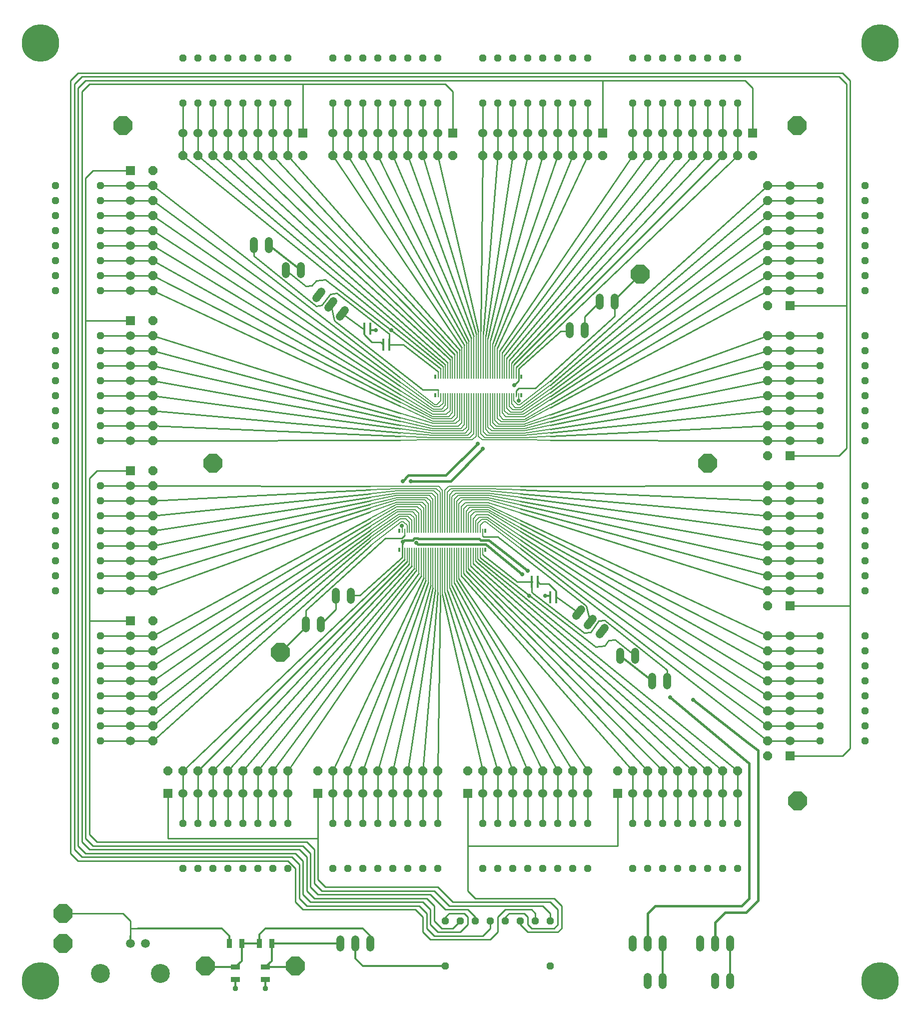
<source format=gtl>
G75*
%MOIN*%
%OFA0B0*%
%FSLAX25Y25*%
%IPPOS*%
%LPD*%
%AMOC8*
5,1,8,0,0,1.08239X$1,22.5*
%
%ADD10R,0.00906X0.02953*%
%ADD11R,0.01378X0.02953*%
%ADD12C,0.12661*%
%ADD13C,0.05906*%
%ADD14R,0.06000X0.06000*%
%ADD15C,0.06000*%
%ADD16C,0.05400*%
%ADD17R,0.03800X0.06000*%
%ADD18R,0.06000X0.03800*%
%ADD19OC8,0.04724*%
%ADD20OC8,0.06000*%
%ADD21OC8,0.12400*%
%ADD22C,0.25000*%
%ADD23R,0.01772X0.07874*%
%ADD24C,0.00700*%
%ADD25C,0.01000*%
%ADD26C,0.03762*%
%ADD27C,0.01200*%
%ADD28C,0.01600*%
%ADD29C,0.02778*%
D10*
X0292728Y0373860D03*
X0294303Y0373860D03*
X0295878Y0373860D03*
X0297453Y0373860D03*
X0299027Y0373860D03*
X0300602Y0373860D03*
X0302177Y0373860D03*
X0303752Y0373860D03*
X0305327Y0373860D03*
X0306902Y0373860D03*
X0308476Y0373860D03*
X0310051Y0373860D03*
X0311626Y0373860D03*
X0313201Y0373860D03*
X0314776Y0373860D03*
X0316350Y0373860D03*
X0317925Y0373860D03*
X0319500Y0373860D03*
X0321075Y0373860D03*
X0322650Y0373860D03*
X0324224Y0373860D03*
X0325799Y0373860D03*
X0327374Y0373860D03*
X0328949Y0373860D03*
X0330524Y0373860D03*
X0332098Y0373860D03*
X0333673Y0373860D03*
X0335248Y0373860D03*
X0336823Y0373860D03*
X0338398Y0373860D03*
X0339972Y0373860D03*
X0341547Y0373860D03*
X0343122Y0373860D03*
X0344697Y0373860D03*
X0346272Y0373860D03*
X0346272Y0386340D03*
X0344697Y0386340D03*
X0343122Y0386340D03*
X0341547Y0386340D03*
X0339972Y0386340D03*
X0338398Y0386340D03*
X0336823Y0386340D03*
X0335248Y0386340D03*
X0333673Y0386340D03*
X0332098Y0386340D03*
X0330524Y0386340D03*
X0328949Y0386340D03*
X0327374Y0386340D03*
X0325799Y0386340D03*
X0324224Y0386340D03*
X0322650Y0386340D03*
X0321075Y0386340D03*
X0319500Y0386340D03*
X0317925Y0386340D03*
X0316350Y0386340D03*
X0314776Y0386340D03*
X0313201Y0386340D03*
X0311626Y0386340D03*
X0310051Y0386340D03*
X0308476Y0386340D03*
X0306902Y0386340D03*
X0305327Y0386340D03*
X0303752Y0386340D03*
X0302177Y0386340D03*
X0300602Y0386340D03*
X0299027Y0386340D03*
X0297453Y0386340D03*
X0295878Y0386340D03*
X0294303Y0386340D03*
X0292728Y0386340D03*
X0316728Y0476660D03*
X0318303Y0476660D03*
X0319878Y0476660D03*
X0321453Y0476660D03*
X0323027Y0476660D03*
X0324602Y0476660D03*
X0326177Y0476660D03*
X0327752Y0476660D03*
X0329327Y0476660D03*
X0330902Y0476660D03*
X0332476Y0476660D03*
X0334051Y0476660D03*
X0335626Y0476660D03*
X0337201Y0476660D03*
X0338776Y0476660D03*
X0340350Y0476660D03*
X0341925Y0476660D03*
X0343500Y0476660D03*
X0345075Y0476660D03*
X0346650Y0476660D03*
X0348224Y0476660D03*
X0349799Y0476660D03*
X0351374Y0476660D03*
X0352949Y0476660D03*
X0354524Y0476660D03*
X0356098Y0476660D03*
X0357673Y0476660D03*
X0359248Y0476660D03*
X0360823Y0476660D03*
X0362398Y0476660D03*
X0363972Y0476660D03*
X0365547Y0476660D03*
X0367122Y0476660D03*
X0368697Y0476660D03*
X0370272Y0476660D03*
X0370272Y0489140D03*
X0368697Y0489140D03*
X0367122Y0489140D03*
X0365547Y0489140D03*
X0363972Y0489140D03*
X0362398Y0489140D03*
X0360823Y0489140D03*
X0359248Y0489140D03*
X0357673Y0489140D03*
X0356098Y0489140D03*
X0354524Y0489140D03*
X0352949Y0489140D03*
X0351374Y0489140D03*
X0349799Y0489140D03*
X0348224Y0489140D03*
X0346650Y0489140D03*
X0345075Y0489140D03*
X0343500Y0489140D03*
X0341925Y0489140D03*
X0340350Y0489140D03*
X0338776Y0489140D03*
X0337201Y0489140D03*
X0335626Y0489140D03*
X0334051Y0489140D03*
X0332476Y0489140D03*
X0330902Y0489140D03*
X0329327Y0489140D03*
X0327752Y0489140D03*
X0326177Y0489140D03*
X0324602Y0489140D03*
X0323027Y0489140D03*
X0321453Y0489140D03*
X0319878Y0489140D03*
X0318303Y0489140D03*
X0316728Y0489140D03*
D11*
X0314858Y0489140D03*
X0314858Y0476660D03*
X0372142Y0476660D03*
X0372142Y0489140D03*
X0348142Y0386340D03*
X0348142Y0373860D03*
X0290858Y0373860D03*
X0290858Y0386340D03*
D12*
X0131500Y0091500D03*
X0091500Y0091500D03*
D13*
X0111500Y0111500D03*
X0121500Y0111500D03*
D14*
X0136500Y0211500D03*
X0236500Y0211500D03*
X0336500Y0211500D03*
X0436500Y0211500D03*
X0551500Y0236500D03*
X0551500Y0336500D03*
X0551500Y0436500D03*
X0551500Y0536500D03*
X0526500Y0651500D03*
X0426500Y0651500D03*
X0326500Y0651500D03*
X0226500Y0651500D03*
X0111500Y0626500D03*
X0111500Y0526500D03*
X0111500Y0426500D03*
X0111500Y0326500D03*
D15*
X0111500Y0316500D03*
X0111500Y0306500D03*
X0111500Y0296500D03*
X0111500Y0286500D03*
X0111500Y0276500D03*
X0111500Y0266500D03*
X0111500Y0256500D03*
X0111500Y0246500D03*
X0146500Y0211500D03*
X0156500Y0211500D03*
X0166500Y0211500D03*
X0176500Y0211500D03*
X0186500Y0211500D03*
X0196500Y0211500D03*
X0206500Y0211500D03*
X0216500Y0211500D03*
X0246500Y0211500D03*
X0256500Y0211500D03*
X0266500Y0211500D03*
X0276500Y0211500D03*
X0286500Y0211500D03*
X0296500Y0211500D03*
X0306500Y0211500D03*
X0316500Y0211500D03*
X0346500Y0211500D03*
X0356500Y0211500D03*
X0366500Y0211500D03*
X0376500Y0211500D03*
X0386500Y0211500D03*
X0396500Y0211500D03*
X0406500Y0211500D03*
X0416500Y0211500D03*
X0446500Y0211500D03*
X0456500Y0211500D03*
X0466500Y0211500D03*
X0476500Y0211500D03*
X0486500Y0211500D03*
X0496500Y0211500D03*
X0506500Y0211500D03*
X0516500Y0211500D03*
X0551500Y0246500D03*
X0551500Y0256500D03*
X0551500Y0266500D03*
X0551500Y0276500D03*
X0551500Y0286500D03*
X0551500Y0296500D03*
X0551500Y0306500D03*
X0551500Y0316500D03*
X0551500Y0346500D03*
X0551500Y0356500D03*
X0551500Y0366500D03*
X0551500Y0376500D03*
X0551500Y0386500D03*
X0551500Y0396500D03*
X0551500Y0406500D03*
X0551500Y0416500D03*
X0551500Y0446500D03*
X0551500Y0456500D03*
X0551500Y0466500D03*
X0551500Y0476500D03*
X0551500Y0486500D03*
X0551500Y0496500D03*
X0551500Y0506500D03*
X0551500Y0516500D03*
X0551500Y0546500D03*
X0551500Y0556500D03*
X0551500Y0566500D03*
X0551500Y0576500D03*
X0551500Y0586500D03*
X0551500Y0596500D03*
X0551500Y0606500D03*
X0551500Y0616500D03*
X0516500Y0651500D03*
X0506500Y0651500D03*
X0496500Y0651500D03*
X0486500Y0651500D03*
X0476500Y0651500D03*
X0466500Y0651500D03*
X0456500Y0651500D03*
X0446500Y0651500D03*
X0416500Y0651500D03*
X0406500Y0651500D03*
X0396500Y0651500D03*
X0386500Y0651500D03*
X0376500Y0651500D03*
X0366500Y0651500D03*
X0356500Y0651500D03*
X0346500Y0651500D03*
X0316500Y0651500D03*
X0306500Y0651500D03*
X0296500Y0651500D03*
X0286500Y0651500D03*
X0276500Y0651500D03*
X0266500Y0651500D03*
X0256500Y0651500D03*
X0246500Y0651500D03*
X0216500Y0651500D03*
X0206500Y0651500D03*
X0196500Y0651500D03*
X0186500Y0651500D03*
X0176500Y0651500D03*
X0166500Y0651500D03*
X0156500Y0651500D03*
X0146500Y0651500D03*
X0111500Y0616500D03*
X0111500Y0606500D03*
X0111500Y0596500D03*
X0111500Y0586500D03*
X0111500Y0576500D03*
X0111500Y0566500D03*
X0111500Y0556500D03*
X0111500Y0546500D03*
X0111500Y0516500D03*
X0111500Y0506500D03*
X0111500Y0496500D03*
X0111500Y0486500D03*
X0111500Y0476500D03*
X0111500Y0466500D03*
X0111500Y0456500D03*
X0111500Y0446500D03*
X0111500Y0416500D03*
X0111500Y0406500D03*
X0111500Y0396500D03*
X0111500Y0386500D03*
X0111500Y0376500D03*
X0111500Y0366500D03*
X0111500Y0356500D03*
X0111500Y0346500D03*
D16*
X0228500Y0326700D02*
X0228500Y0321300D01*
X0238500Y0321300D02*
X0238500Y0326700D01*
X0248500Y0340300D02*
X0248500Y0345700D01*
X0258500Y0345700D02*
X0258500Y0340300D01*
X0408577Y0329686D02*
X0411902Y0333941D01*
X0419782Y0327784D02*
X0416458Y0323529D01*
X0424338Y0317372D02*
X0427662Y0321628D01*
X0438000Y0305700D02*
X0438000Y0300300D01*
X0448000Y0300300D02*
X0448000Y0305700D01*
X0459250Y0288950D02*
X0459250Y0283550D01*
X0469250Y0283550D02*
X0469250Y0288950D01*
X0466500Y0114200D02*
X0466500Y0108800D01*
X0456500Y0108800D02*
X0456500Y0114200D01*
X0446500Y0114200D02*
X0446500Y0108800D01*
X0456500Y0089200D02*
X0456500Y0083800D01*
X0466500Y0083800D02*
X0466500Y0089200D01*
X0491500Y0108800D02*
X0491500Y0114200D01*
X0501500Y0114200D02*
X0501500Y0108800D01*
X0511500Y0108800D02*
X0511500Y0114200D01*
X0511500Y0089200D02*
X0511500Y0083800D01*
X0501500Y0083800D02*
X0501500Y0089200D01*
X0271500Y0108800D02*
X0271500Y0114200D01*
X0261500Y0114200D02*
X0261500Y0108800D01*
X0251500Y0108800D02*
X0251500Y0114200D01*
X0404500Y0517300D02*
X0404500Y0522700D01*
X0414500Y0522700D02*
X0414500Y0517300D01*
X0424500Y0536300D02*
X0424500Y0541700D01*
X0434500Y0541700D02*
X0434500Y0536300D01*
X0254422Y0533314D02*
X0251098Y0529059D01*
X0243218Y0535216D02*
X0246542Y0539471D01*
X0238662Y0545628D02*
X0235338Y0541372D01*
X0225000Y0557300D02*
X0225000Y0562700D01*
X0215000Y0562700D02*
X0215000Y0557300D01*
X0203750Y0574050D02*
X0203750Y0579450D01*
X0193750Y0579450D02*
X0193750Y0574050D01*
D17*
X0197400Y0111500D03*
X0185600Y0111500D03*
X0177400Y0111500D03*
X0205600Y0111500D03*
D18*
X0201500Y0095600D03*
X0201500Y0087400D03*
X0181500Y0087400D03*
X0181500Y0095600D03*
D19*
X0186500Y0161500D03*
X0196500Y0161500D03*
X0206500Y0161500D03*
X0216500Y0161500D03*
X0216500Y0191500D03*
X0206500Y0191500D03*
X0196500Y0191500D03*
X0186500Y0191500D03*
X0176500Y0191500D03*
X0166500Y0191500D03*
X0156500Y0191500D03*
X0146500Y0191500D03*
X0146500Y0161500D03*
X0156500Y0161500D03*
X0166500Y0161500D03*
X0176500Y0161500D03*
X0246500Y0161500D03*
X0256500Y0161500D03*
X0266500Y0161500D03*
X0276500Y0161500D03*
X0286500Y0161500D03*
X0296500Y0161500D03*
X0306500Y0161500D03*
X0316500Y0161500D03*
X0316500Y0191500D03*
X0306500Y0191500D03*
X0296500Y0191500D03*
X0286500Y0191500D03*
X0276500Y0191500D03*
X0266500Y0191500D03*
X0256500Y0191500D03*
X0246500Y0191500D03*
X0321500Y0126500D03*
X0331500Y0126500D03*
X0341500Y0126500D03*
X0351500Y0126500D03*
X0361500Y0126500D03*
X0371500Y0126500D03*
X0381500Y0126500D03*
X0391500Y0126500D03*
X0391500Y0096500D03*
X0396500Y0161500D03*
X0406500Y0161500D03*
X0416500Y0161500D03*
X0416500Y0191500D03*
X0406500Y0191500D03*
X0396500Y0191500D03*
X0386500Y0191500D03*
X0376500Y0191500D03*
X0366500Y0191500D03*
X0356500Y0191500D03*
X0346500Y0191500D03*
X0346500Y0161500D03*
X0356500Y0161500D03*
X0366500Y0161500D03*
X0376500Y0161500D03*
X0386500Y0161500D03*
X0446500Y0161500D03*
X0456500Y0161500D03*
X0466500Y0161500D03*
X0476500Y0161500D03*
X0486500Y0161500D03*
X0496500Y0161500D03*
X0506500Y0161500D03*
X0516500Y0161500D03*
X0516500Y0191500D03*
X0506500Y0191500D03*
X0496500Y0191500D03*
X0486500Y0191500D03*
X0476500Y0191500D03*
X0466500Y0191500D03*
X0456500Y0191500D03*
X0446500Y0191500D03*
X0571500Y0246500D03*
X0571500Y0256500D03*
X0571500Y0266500D03*
X0571500Y0276500D03*
X0571500Y0286500D03*
X0571500Y0296500D03*
X0571500Y0306500D03*
X0571500Y0316500D03*
X0571500Y0346500D03*
X0571500Y0356500D03*
X0571500Y0366500D03*
X0571500Y0376500D03*
X0571500Y0386500D03*
X0571500Y0396500D03*
X0571500Y0406500D03*
X0571500Y0416500D03*
X0571500Y0446500D03*
X0571500Y0456500D03*
X0571500Y0466500D03*
X0571500Y0476500D03*
X0571500Y0486500D03*
X0571500Y0496500D03*
X0571500Y0506500D03*
X0571500Y0516500D03*
X0571500Y0546500D03*
X0571500Y0556500D03*
X0571500Y0566500D03*
X0571500Y0576500D03*
X0571500Y0586500D03*
X0571500Y0596500D03*
X0571500Y0606500D03*
X0571500Y0616500D03*
X0601500Y0616500D03*
X0601500Y0606500D03*
X0601500Y0596500D03*
X0601500Y0586500D03*
X0601500Y0576500D03*
X0601500Y0566500D03*
X0601500Y0556500D03*
X0601500Y0546500D03*
X0601500Y0516500D03*
X0601500Y0506500D03*
X0601500Y0496500D03*
X0601500Y0486500D03*
X0601500Y0476500D03*
X0601500Y0466500D03*
X0601500Y0456500D03*
X0601500Y0446500D03*
X0601500Y0416500D03*
X0601500Y0406500D03*
X0601500Y0396500D03*
X0601500Y0386500D03*
X0601500Y0376500D03*
X0601500Y0366500D03*
X0601500Y0356500D03*
X0601500Y0346500D03*
X0601500Y0316500D03*
X0601500Y0306500D03*
X0601500Y0296500D03*
X0601500Y0286500D03*
X0601500Y0276500D03*
X0601500Y0266500D03*
X0601500Y0256500D03*
X0601500Y0246500D03*
X0321500Y0096500D03*
X0091500Y0246500D03*
X0091500Y0256500D03*
X0091500Y0266500D03*
X0091500Y0276500D03*
X0091500Y0286500D03*
X0091500Y0296500D03*
X0091500Y0306500D03*
X0091500Y0316500D03*
X0091500Y0346500D03*
X0091500Y0356500D03*
X0091500Y0366500D03*
X0091500Y0376500D03*
X0091500Y0386500D03*
X0091500Y0396500D03*
X0091500Y0406500D03*
X0091500Y0416500D03*
X0091500Y0446500D03*
X0091500Y0456500D03*
X0091500Y0466500D03*
X0091500Y0476500D03*
X0091500Y0486500D03*
X0091500Y0496500D03*
X0091500Y0506500D03*
X0091500Y0516500D03*
X0091500Y0546500D03*
X0091500Y0556500D03*
X0091500Y0566500D03*
X0091500Y0576500D03*
X0091500Y0586500D03*
X0091500Y0596500D03*
X0091500Y0606500D03*
X0091500Y0616500D03*
X0061500Y0616500D03*
X0061500Y0606500D03*
X0061500Y0596500D03*
X0061500Y0586500D03*
X0061500Y0576500D03*
X0061500Y0566500D03*
X0061500Y0556500D03*
X0061500Y0546500D03*
X0061500Y0516500D03*
X0061500Y0506500D03*
X0061500Y0496500D03*
X0061500Y0486500D03*
X0061500Y0476500D03*
X0061500Y0466500D03*
X0061500Y0456500D03*
X0061500Y0446500D03*
X0061500Y0416500D03*
X0061500Y0406500D03*
X0061500Y0396500D03*
X0061500Y0386500D03*
X0061500Y0376500D03*
X0061500Y0366500D03*
X0061500Y0356500D03*
X0061500Y0346500D03*
X0061500Y0316500D03*
X0061500Y0306500D03*
X0061500Y0296500D03*
X0061500Y0286500D03*
X0061500Y0276500D03*
X0061500Y0266500D03*
X0061500Y0256500D03*
X0061500Y0246500D03*
X0146500Y0671500D03*
X0156500Y0671500D03*
X0166500Y0671500D03*
X0176500Y0671500D03*
X0186500Y0671500D03*
X0196500Y0671500D03*
X0206500Y0671500D03*
X0216500Y0671500D03*
X0216500Y0701500D03*
X0206500Y0701500D03*
X0196500Y0701500D03*
X0186500Y0701500D03*
X0176500Y0701500D03*
X0166500Y0701500D03*
X0156500Y0701500D03*
X0146500Y0701500D03*
X0246500Y0701500D03*
X0256500Y0701500D03*
X0266500Y0701500D03*
X0276500Y0701500D03*
X0286500Y0701500D03*
X0296500Y0701500D03*
X0306500Y0701500D03*
X0316500Y0701500D03*
X0346500Y0701500D03*
X0356500Y0701500D03*
X0366500Y0701500D03*
X0376500Y0701500D03*
X0386500Y0701500D03*
X0396500Y0701500D03*
X0406500Y0701500D03*
X0416500Y0701500D03*
X0416500Y0671500D03*
X0406500Y0671500D03*
X0396500Y0671500D03*
X0386500Y0671500D03*
X0376500Y0671500D03*
X0366500Y0671500D03*
X0356500Y0671500D03*
X0346500Y0671500D03*
X0316500Y0671500D03*
X0306500Y0671500D03*
X0296500Y0671500D03*
X0286500Y0671500D03*
X0276500Y0671500D03*
X0266500Y0671500D03*
X0256500Y0671500D03*
X0246500Y0671500D03*
X0446500Y0671500D03*
X0456500Y0671500D03*
X0466500Y0671500D03*
X0476500Y0671500D03*
X0486500Y0671500D03*
X0496500Y0671500D03*
X0506500Y0671500D03*
X0516500Y0671500D03*
X0516500Y0701500D03*
X0506500Y0701500D03*
X0496500Y0701500D03*
X0486500Y0701500D03*
X0476500Y0701500D03*
X0466500Y0701500D03*
X0456500Y0701500D03*
X0446500Y0701500D03*
D20*
X0446500Y0636500D03*
X0456500Y0636500D03*
X0466500Y0636500D03*
X0476500Y0636500D03*
X0486500Y0636500D03*
X0496500Y0636500D03*
X0506500Y0636500D03*
X0516500Y0636500D03*
X0526500Y0636500D03*
X0536500Y0616500D03*
X0536500Y0606500D03*
X0536500Y0596500D03*
X0536500Y0586500D03*
X0536500Y0576500D03*
X0536500Y0566500D03*
X0536500Y0556500D03*
X0536500Y0546500D03*
X0536500Y0536500D03*
X0536500Y0516500D03*
X0536500Y0506500D03*
X0536500Y0496500D03*
X0536500Y0486500D03*
X0536500Y0476500D03*
X0536500Y0466500D03*
X0536500Y0456500D03*
X0536500Y0446500D03*
X0536500Y0436500D03*
X0536500Y0416500D03*
X0536500Y0406500D03*
X0536500Y0396500D03*
X0536500Y0386500D03*
X0536500Y0376500D03*
X0536500Y0366500D03*
X0536500Y0356500D03*
X0536500Y0346500D03*
X0536500Y0336500D03*
X0536500Y0316500D03*
X0536500Y0306500D03*
X0536500Y0296500D03*
X0536500Y0286500D03*
X0536500Y0276500D03*
X0536500Y0266500D03*
X0536500Y0256500D03*
X0536500Y0246500D03*
X0536500Y0236500D03*
X0516500Y0226500D03*
X0506500Y0226500D03*
X0496500Y0226500D03*
X0486500Y0226500D03*
X0476500Y0226500D03*
X0466500Y0226500D03*
X0456500Y0226500D03*
X0446500Y0226500D03*
X0436500Y0226500D03*
X0416500Y0226500D03*
X0406500Y0226500D03*
X0396500Y0226500D03*
X0386500Y0226500D03*
X0376500Y0226500D03*
X0366500Y0226500D03*
X0356500Y0226500D03*
X0346500Y0226500D03*
X0336500Y0226500D03*
X0316500Y0226500D03*
X0306500Y0226500D03*
X0296500Y0226500D03*
X0286500Y0226500D03*
X0276500Y0226500D03*
X0266500Y0226500D03*
X0256500Y0226500D03*
X0246500Y0226500D03*
X0236500Y0226500D03*
X0216500Y0226500D03*
X0206500Y0226500D03*
X0196500Y0226500D03*
X0186500Y0226500D03*
X0176500Y0226500D03*
X0166500Y0226500D03*
X0156500Y0226500D03*
X0146500Y0226500D03*
X0136500Y0226500D03*
X0126500Y0246500D03*
X0126500Y0256500D03*
X0126500Y0266500D03*
X0126500Y0276500D03*
X0126500Y0286500D03*
X0126500Y0296500D03*
X0126500Y0306500D03*
X0126500Y0316500D03*
X0126500Y0326500D03*
X0126500Y0346500D03*
X0126500Y0356500D03*
X0126500Y0366500D03*
X0126500Y0376500D03*
X0126500Y0386500D03*
X0126500Y0396500D03*
X0126500Y0406500D03*
X0126500Y0416500D03*
X0126500Y0426500D03*
X0126500Y0446500D03*
X0126500Y0456500D03*
X0126500Y0466500D03*
X0126500Y0476500D03*
X0126500Y0486500D03*
X0126500Y0496500D03*
X0126500Y0506500D03*
X0126500Y0516500D03*
X0126500Y0526500D03*
X0126500Y0546500D03*
X0126500Y0556500D03*
X0126500Y0566500D03*
X0126500Y0576500D03*
X0126500Y0586500D03*
X0126500Y0596500D03*
X0126500Y0606500D03*
X0126500Y0616500D03*
X0126500Y0626500D03*
X0146500Y0636500D03*
X0156500Y0636500D03*
X0166500Y0636500D03*
X0176500Y0636500D03*
X0186500Y0636500D03*
X0196500Y0636500D03*
X0206500Y0636500D03*
X0216500Y0636500D03*
X0226500Y0636500D03*
X0246500Y0636500D03*
X0256500Y0636500D03*
X0266500Y0636500D03*
X0276500Y0636500D03*
X0286500Y0636500D03*
X0296500Y0636500D03*
X0306500Y0636500D03*
X0316500Y0636500D03*
X0326500Y0636500D03*
X0346500Y0636500D03*
X0356500Y0636500D03*
X0366500Y0636500D03*
X0376500Y0636500D03*
X0386500Y0636500D03*
X0396500Y0636500D03*
X0406500Y0636500D03*
X0416500Y0636500D03*
X0426500Y0636500D03*
D21*
X0451500Y0557500D03*
X0556000Y0656500D03*
X0496500Y0431500D03*
X0556500Y0206500D03*
X0221500Y0096500D03*
X0161500Y0096500D03*
X0066500Y0111500D03*
X0066500Y0131500D03*
X0211500Y0305500D03*
X0166500Y0431500D03*
X0106500Y0656500D03*
D22*
X0051500Y0086500D03*
X0051500Y0711500D03*
X0611500Y0711500D03*
X0611500Y0086500D03*
D23*
X0395468Y0342000D03*
X0391531Y0342000D03*
X0382968Y0352500D03*
X0379031Y0352500D03*
X0283968Y0510500D03*
X0280031Y0510500D03*
X0271468Y0521000D03*
X0267531Y0521000D03*
D24*
X0291500Y0488400D02*
X0314500Y0470500D01*
X0315803Y0470500D01*
X0318303Y0473000D01*
X0318303Y0476660D01*
X0316728Y0476660D02*
X0316728Y0480000D01*
X0319878Y0476660D02*
X0319878Y0471500D01*
X0317378Y0469000D01*
X0314000Y0469000D01*
X0291500Y0485500D01*
X0291500Y0482700D02*
X0313500Y0467500D01*
X0318953Y0467500D01*
X0321453Y0470000D01*
X0321453Y0476660D01*
X0323027Y0476660D02*
X0323027Y0468500D01*
X0320527Y0466000D01*
X0313000Y0466000D01*
X0291500Y0479900D01*
X0291500Y0477000D02*
X0313000Y0464000D01*
X0322102Y0464000D01*
X0324602Y0466500D01*
X0324602Y0476660D01*
X0326177Y0476660D02*
X0326177Y0465000D01*
X0323677Y0462500D01*
X0313000Y0462500D01*
X0291500Y0474500D01*
X0291500Y0472000D02*
X0313000Y0461000D01*
X0325252Y0461000D01*
X0327752Y0463500D01*
X0327752Y0476660D01*
X0329327Y0476660D02*
X0329327Y0462000D01*
X0326827Y0459500D01*
X0313000Y0459500D01*
X0291500Y0469500D01*
X0291500Y0464700D02*
X0313000Y0458000D01*
X0328401Y0458000D01*
X0330901Y0460500D01*
X0330902Y0476660D01*
X0332476Y0476660D02*
X0332476Y0458500D01*
X0329976Y0456000D01*
X0313000Y0456000D01*
X0291500Y0461800D01*
X0291500Y0459400D02*
X0313000Y0454500D01*
X0331551Y0454500D01*
X0334051Y0457000D01*
X0334051Y0476660D01*
X0335626Y0476660D02*
X0335626Y0455500D01*
X0333126Y0453000D01*
X0313000Y0453000D01*
X0291500Y0456800D01*
X0291500Y0454400D02*
X0313000Y0451500D01*
X0334701Y0451500D01*
X0337201Y0454000D01*
X0337201Y0476660D01*
X0338776Y0476660D02*
X0338775Y0452500D01*
X0336275Y0450000D01*
X0313000Y0450000D01*
X0291500Y0451900D01*
X0291500Y0449400D02*
X0313000Y0448500D01*
X0337850Y0448500D01*
X0340350Y0451000D01*
X0340350Y0476660D01*
X0341925Y0476660D02*
X0341925Y0449500D01*
X0339425Y0447000D01*
X0313000Y0447000D01*
X0291500Y0446900D01*
X0289000Y0416000D02*
X0271500Y0416100D01*
X0271500Y0413600D02*
X0289000Y0414500D01*
X0315425Y0414500D01*
X0317925Y0412000D01*
X0317925Y0386340D01*
X0316350Y0386340D02*
X0316350Y0410500D01*
X0313850Y0413000D01*
X0289000Y0413000D01*
X0271500Y0411200D01*
X0271500Y0408800D02*
X0289000Y0411500D01*
X0312276Y0411500D01*
X0314776Y0409000D01*
X0314776Y0386340D01*
X0313201Y0386340D02*
X0313201Y0407500D01*
X0310701Y0410000D01*
X0289000Y0410000D01*
X0271500Y0406400D01*
X0271500Y0404000D02*
X0289000Y0408500D01*
X0309126Y0408500D01*
X0311626Y0406000D01*
X0311626Y0386340D01*
X0310051Y0386340D02*
X0310051Y0404500D01*
X0307551Y0407000D01*
X0289000Y0407000D01*
X0271500Y0401600D01*
X0271500Y0399200D02*
X0289000Y0405500D01*
X0305976Y0405500D01*
X0308476Y0403000D01*
X0308476Y0386340D01*
X0306902Y0386340D02*
X0306902Y0401500D01*
X0304402Y0404000D01*
X0289000Y0404000D01*
X0271500Y0394600D01*
X0271400Y0392100D02*
X0289000Y0402500D01*
X0302827Y0402500D01*
X0305327Y0400000D01*
X0305327Y0386340D01*
X0303752Y0386340D02*
X0303752Y0398000D01*
X0301252Y0400500D01*
X0289000Y0400500D01*
X0271500Y0389300D01*
X0271400Y0386900D02*
X0289500Y0399000D01*
X0299677Y0399000D01*
X0302177Y0396500D01*
X0302177Y0386340D01*
X0300602Y0386340D02*
X0300602Y0395000D01*
X0298102Y0397500D01*
X0290500Y0397500D01*
X0271500Y0384500D01*
X0271400Y0382000D02*
X0291000Y0396000D01*
X0296528Y0396000D01*
X0299028Y0393500D01*
X0299027Y0386340D01*
X0297453Y0386340D02*
X0297453Y0392000D01*
X0294953Y0394500D01*
X0291500Y0394500D01*
X0271500Y0379600D01*
X0271600Y0376800D02*
X0292000Y0392500D01*
X0293378Y0392500D01*
X0295878Y0390000D01*
X0295878Y0386340D01*
X0294303Y0386340D02*
X0294303Y0383303D01*
X0292728Y0386340D02*
X0292728Y0389772D01*
X0292500Y0389900D01*
X0294303Y0373860D02*
X0294303Y0367500D01*
X0295878Y0366000D02*
X0295878Y0373860D01*
X0297453Y0373860D02*
X0297453Y0364500D01*
X0299028Y0363000D02*
X0299027Y0373860D01*
X0300602Y0373860D02*
X0300602Y0361500D01*
X0302177Y0360000D02*
X0302177Y0373860D01*
X0303752Y0373860D02*
X0303752Y0358000D01*
X0305327Y0356500D02*
X0305327Y0373860D01*
X0306902Y0373860D02*
X0306902Y0355000D01*
X0308476Y0353500D02*
X0308476Y0373860D01*
X0310051Y0373860D02*
X0310051Y0352000D01*
X0311626Y0350000D02*
X0311626Y0373860D01*
X0313201Y0373860D02*
X0313201Y0348500D01*
X0314776Y0347000D02*
X0314776Y0373860D01*
X0316350Y0373860D02*
X0316350Y0345500D01*
X0317925Y0343575D02*
X0317925Y0373860D01*
X0319500Y0373860D02*
X0319500Y0344000D01*
X0321075Y0345425D02*
X0321075Y0373860D01*
X0322650Y0373860D02*
X0322650Y0346850D01*
X0324224Y0348275D02*
X0324224Y0373860D01*
X0325799Y0373860D02*
X0325799Y0350201D01*
X0327374Y0351626D02*
X0327374Y0373860D01*
X0328949Y0373860D02*
X0328949Y0353051D01*
X0330524Y0354476D02*
X0330524Y0373860D01*
X0332098Y0373860D02*
X0332098Y0356401D01*
X0333673Y0357827D02*
X0333673Y0373860D01*
X0335248Y0373860D02*
X0335248Y0359252D01*
X0336823Y0361177D02*
X0336823Y0373860D01*
X0338398Y0373860D02*
X0338398Y0362602D01*
X0339972Y0364527D02*
X0339972Y0373860D01*
X0341547Y0373860D02*
X0341547Y0365953D01*
X0343122Y0367378D02*
X0343122Y0373860D01*
X0344697Y0373860D02*
X0344697Y0368500D01*
X0346272Y0370500D02*
X0346272Y0373860D01*
X0346272Y0383000D02*
X0346272Y0386340D01*
X0344697Y0386340D02*
X0344697Y0390000D01*
X0347197Y0392500D01*
X0348500Y0392500D01*
X0371500Y0374600D01*
X0371500Y0377500D02*
X0349000Y0394000D01*
X0345622Y0394000D01*
X0343122Y0391500D01*
X0343122Y0386340D01*
X0341547Y0386340D02*
X0341547Y0393000D01*
X0344047Y0395500D01*
X0349500Y0395500D01*
X0371500Y0380300D01*
X0371500Y0383100D02*
X0350000Y0397000D01*
X0342472Y0397000D01*
X0339972Y0394500D01*
X0339972Y0386340D01*
X0338398Y0386340D02*
X0338398Y0396500D01*
X0340898Y0399000D01*
X0350000Y0399000D01*
X0371500Y0386000D01*
X0371500Y0388500D02*
X0350000Y0400500D01*
X0339323Y0400500D01*
X0336823Y0398000D01*
X0336823Y0386340D01*
X0335248Y0386340D02*
X0335248Y0399500D01*
X0337748Y0402000D01*
X0350000Y0402000D01*
X0371500Y0391000D01*
X0371500Y0393500D02*
X0350000Y0403500D01*
X0336173Y0403500D01*
X0333673Y0401000D01*
X0333673Y0386340D01*
X0332098Y0386340D02*
X0332098Y0402500D01*
X0334598Y0405000D01*
X0350000Y0405000D01*
X0371500Y0398300D01*
X0371500Y0401200D02*
X0350000Y0407000D01*
X0333024Y0407000D01*
X0330524Y0404500D01*
X0330524Y0386340D01*
X0328949Y0386340D02*
X0328949Y0406000D01*
X0331449Y0408500D01*
X0350000Y0408500D01*
X0371500Y0403600D01*
X0371500Y0406200D02*
X0350000Y0410000D01*
X0329874Y0410000D01*
X0327374Y0407500D01*
X0327374Y0386340D01*
X0325799Y0386340D02*
X0325799Y0409000D01*
X0328299Y0411500D01*
X0350000Y0411500D01*
X0371500Y0408600D01*
X0371500Y0411100D02*
X0350000Y0413000D01*
X0326724Y0413000D01*
X0324224Y0410500D01*
X0324224Y0386340D01*
X0322650Y0386340D02*
X0322650Y0412000D01*
X0325150Y0414500D01*
X0350000Y0414500D01*
X0371500Y0413600D01*
X0371500Y0416100D02*
X0350000Y0416000D01*
X0323575Y0416000D01*
X0321075Y0413500D01*
X0321075Y0386340D01*
X0319500Y0386340D02*
X0319500Y0413500D01*
X0317000Y0416000D01*
X0289000Y0416000D01*
X0343500Y0449500D02*
X0343500Y0476660D01*
X0345075Y0476660D02*
X0345075Y0451000D01*
X0347575Y0448500D01*
X0374000Y0448500D01*
X0391500Y0449400D01*
X0391500Y0451800D02*
X0374000Y0450000D01*
X0349149Y0450000D01*
X0346649Y0452500D01*
X0346650Y0476660D01*
X0348224Y0476660D02*
X0348224Y0454000D01*
X0350724Y0451500D01*
X0374000Y0451500D01*
X0391500Y0454200D01*
X0391500Y0456600D02*
X0374000Y0453000D01*
X0352299Y0453000D01*
X0349799Y0455500D01*
X0349799Y0476660D01*
X0351374Y0476660D02*
X0351374Y0457000D01*
X0353874Y0454500D01*
X0374000Y0454500D01*
X0391500Y0459000D01*
X0391500Y0461400D02*
X0374000Y0456000D01*
X0355449Y0456000D01*
X0352949Y0458500D01*
X0352949Y0476660D01*
X0354524Y0476660D02*
X0354524Y0460000D01*
X0357024Y0457500D01*
X0374000Y0457500D01*
X0391500Y0463800D01*
X0391500Y0468400D02*
X0374000Y0459000D01*
X0358598Y0459000D01*
X0356098Y0461500D01*
X0356098Y0476660D01*
X0357673Y0476660D02*
X0357673Y0463000D01*
X0360173Y0460500D01*
X0374000Y0460500D01*
X0391600Y0470900D01*
X0391500Y0473700D02*
X0374000Y0462500D01*
X0361748Y0462500D01*
X0359248Y0465000D01*
X0359248Y0476660D01*
X0360823Y0476660D02*
X0360823Y0466500D01*
X0363323Y0464000D01*
X0373500Y0464000D01*
X0391600Y0476100D01*
X0391500Y0478500D02*
X0372500Y0465500D01*
X0364898Y0465500D01*
X0362398Y0468000D01*
X0362398Y0476660D01*
X0363972Y0476660D02*
X0363972Y0469500D01*
X0366472Y0467000D01*
X0372000Y0467000D01*
X0391600Y0481000D01*
X0391500Y0483400D02*
X0371500Y0468500D01*
X0368047Y0468500D01*
X0365547Y0471000D01*
X0365547Y0476660D01*
X0367122Y0476660D02*
X0367122Y0473000D01*
X0369622Y0470500D01*
X0371000Y0470500D01*
X0391400Y0486200D01*
X0370272Y0476660D02*
X0370272Y0473328D01*
X0370500Y0473100D01*
X0368697Y0489140D02*
X0368697Y0495500D01*
X0367122Y0497000D02*
X0367122Y0489140D01*
X0365547Y0489140D02*
X0365547Y0498500D01*
X0363972Y0500000D02*
X0363972Y0489140D01*
X0362398Y0489140D02*
X0362398Y0501500D01*
X0360823Y0503000D02*
X0360823Y0489140D01*
X0359248Y0489140D02*
X0359248Y0505000D01*
X0357673Y0506500D02*
X0357673Y0489140D01*
X0356098Y0489140D02*
X0356098Y0508000D01*
X0354524Y0509500D02*
X0354524Y0489140D01*
X0352949Y0489140D02*
X0352949Y0511000D01*
X0351374Y0513000D02*
X0351374Y0489140D01*
X0349799Y0489140D02*
X0349799Y0514500D01*
X0348224Y0516000D02*
X0348224Y0489140D01*
X0346650Y0489140D02*
X0346649Y0517500D01*
X0345075Y0519425D02*
X0345075Y0489140D01*
X0343500Y0489140D02*
X0343500Y0519000D01*
X0341925Y0517575D02*
X0341925Y0489140D01*
X0340350Y0489140D02*
X0340350Y0516150D01*
X0338775Y0514724D02*
X0338776Y0489140D01*
X0337201Y0489140D02*
X0337201Y0512799D01*
X0335626Y0511374D02*
X0335626Y0489140D01*
X0334051Y0489140D02*
X0334051Y0509949D01*
X0332476Y0508524D02*
X0332476Y0489140D01*
X0330902Y0489140D02*
X0330901Y0506598D01*
X0329327Y0505173D02*
X0329327Y0489140D01*
X0327752Y0489140D02*
X0327752Y0503748D01*
X0326177Y0501823D02*
X0326177Y0489140D01*
X0324602Y0489140D02*
X0324602Y0500398D01*
X0323027Y0498472D02*
X0323027Y0489140D01*
X0321453Y0489140D02*
X0321453Y0497047D01*
X0319878Y0495622D02*
X0319878Y0489140D01*
X0318303Y0489140D02*
X0318303Y0494500D01*
X0316728Y0492500D02*
X0316728Y0489140D01*
X0343500Y0449500D02*
X0346000Y0447000D01*
X0374000Y0447000D01*
X0391500Y0446900D01*
X0383218Y0352500D02*
X0383218Y0352250D01*
X0383218Y0352500D02*
X0382968Y0352500D01*
D25*
X0383218Y0352250D02*
X0384468Y0351000D01*
X0390500Y0351000D01*
X0395468Y0346031D01*
X0395468Y0342500D01*
X0410240Y0331813D01*
X0415500Y0336500D02*
X0356500Y0382500D01*
X0346772Y0382500D01*
X0346272Y0383000D01*
X0346272Y0370500D02*
X0369500Y0352500D01*
X0378900Y0352500D01*
X0378900Y0345600D01*
X0379500Y0345000D01*
X0414115Y0318305D01*
X0418295Y0318893D01*
X0423840Y0326287D01*
X0427665Y0326778D01*
X0468400Y0294375D01*
X0469250Y0293525D01*
X0469250Y0286250D01*
X0448000Y0303000D02*
X0434685Y0313731D01*
X0430481Y0313286D01*
X0427729Y0309879D01*
X0421561Y0309155D01*
X0377342Y0343295D01*
X0377500Y0343295D01*
X0377500Y0343000D01*
X0377342Y0343295D02*
X0344697Y0368500D01*
X0343122Y0367378D02*
X0516500Y0226500D01*
X0516500Y0211500D01*
X0516500Y0191500D01*
X0506500Y0191500D02*
X0506500Y0211500D01*
X0506500Y0226500D01*
X0341547Y0365953D01*
X0339972Y0364527D02*
X0496500Y0226500D01*
X0496500Y0211500D01*
X0496500Y0191500D01*
X0486500Y0191500D02*
X0486500Y0211500D01*
X0486500Y0226500D01*
X0338398Y0362602D01*
X0336823Y0361177D02*
X0476500Y0226500D01*
X0476500Y0211500D01*
X0476500Y0191500D01*
X0466500Y0191500D02*
X0466500Y0211500D01*
X0466500Y0226500D01*
X0335248Y0359252D01*
X0333673Y0357827D02*
X0456500Y0226500D01*
X0456500Y0211500D01*
X0456500Y0191500D01*
X0446500Y0191500D02*
X0446500Y0211500D01*
X0446500Y0226500D01*
X0332098Y0356401D01*
X0330524Y0354476D02*
X0416500Y0226500D01*
X0416500Y0211500D01*
X0416500Y0191500D01*
X0406500Y0191500D02*
X0406500Y0211500D01*
X0406500Y0226500D01*
X0328949Y0353051D01*
X0327374Y0351626D02*
X0396500Y0226500D01*
X0396500Y0211500D01*
X0396500Y0191500D01*
X0386500Y0191500D02*
X0386500Y0211500D01*
X0386500Y0226500D01*
X0325799Y0350201D01*
X0324224Y0348275D02*
X0376500Y0226500D01*
X0376500Y0211500D01*
X0376500Y0191500D01*
X0366500Y0191500D02*
X0366500Y0211500D01*
X0366500Y0226500D01*
X0322650Y0346850D01*
X0321075Y0345425D02*
X0356500Y0226500D01*
X0356500Y0211500D01*
X0356500Y0191500D01*
X0346500Y0191500D02*
X0346500Y0211500D01*
X0346500Y0226500D01*
X0319500Y0344000D01*
X0317925Y0343575D02*
X0316500Y0226500D01*
X0316500Y0211500D01*
X0316500Y0191500D01*
X0306500Y0191500D02*
X0306500Y0211500D01*
X0306500Y0226500D01*
X0316350Y0345500D01*
X0314776Y0347000D02*
X0296500Y0226500D01*
X0296500Y0211500D01*
X0296500Y0191500D01*
X0286500Y0191500D02*
X0286500Y0211500D01*
X0286500Y0226500D01*
X0313201Y0348500D01*
X0311626Y0350000D02*
X0276500Y0226500D01*
X0276500Y0211500D01*
X0276500Y0191500D01*
X0266500Y0191500D02*
X0266500Y0211500D01*
X0266500Y0226500D01*
X0310051Y0352000D01*
X0308476Y0353500D02*
X0256500Y0226500D01*
X0256500Y0211500D01*
X0256500Y0191500D01*
X0246500Y0191500D02*
X0246500Y0211500D01*
X0246500Y0226500D01*
X0306902Y0355000D01*
X0305327Y0356500D02*
X0216500Y0226500D01*
X0216500Y0211500D01*
X0216500Y0191500D01*
X0206500Y0191500D02*
X0206500Y0211500D01*
X0206500Y0226500D01*
X0303752Y0358000D01*
X0302177Y0360000D02*
X0196500Y0226500D01*
X0196500Y0211500D01*
X0196500Y0191500D01*
X0186500Y0191500D02*
X0186500Y0211500D01*
X0186500Y0226500D01*
X0300602Y0361500D01*
X0299028Y0363000D02*
X0176500Y0226500D01*
X0176500Y0211500D01*
X0176500Y0191500D01*
X0166500Y0191500D02*
X0166500Y0211500D01*
X0166500Y0226500D01*
X0297453Y0364500D01*
X0295878Y0366000D02*
X0156500Y0226500D01*
X0156500Y0211500D01*
X0156500Y0191500D01*
X0146500Y0191500D02*
X0146500Y0211500D01*
X0146500Y0226500D01*
X0294303Y0367500D01*
X0292728Y0368728D02*
X0264500Y0343500D01*
X0259000Y0343500D01*
X0258956Y0343498D01*
X0258913Y0343492D01*
X0258871Y0343483D01*
X0258829Y0343470D01*
X0258789Y0343453D01*
X0258750Y0343433D01*
X0258713Y0343410D01*
X0258679Y0343383D01*
X0258646Y0343354D01*
X0258617Y0343321D01*
X0258590Y0343287D01*
X0258567Y0343250D01*
X0258547Y0343211D01*
X0258530Y0343171D01*
X0258517Y0343129D01*
X0258508Y0343087D01*
X0258502Y0343044D01*
X0258500Y0343000D01*
X0248500Y0343000D02*
X0248500Y0334000D01*
X0238500Y0324000D01*
X0228500Y0324000D02*
X0228500Y0325500D01*
X0228500Y0322500D01*
X0211500Y0305500D01*
X0228500Y0324000D02*
X0228500Y0325500D01*
X0228500Y0333500D01*
X0281500Y0381500D01*
X0292500Y0381500D01*
X0294303Y0383303D01*
X0293000Y0379000D02*
X0292728Y0378728D01*
X0292728Y0373860D01*
X0292728Y0373500D01*
X0292750Y0373522D01*
X0292728Y0373500D02*
X0292728Y0368728D01*
X0293000Y0377500D02*
X0293000Y0379000D01*
X0271500Y0379600D02*
X0126500Y0256500D01*
X0111500Y0256500D01*
X0091500Y0256500D01*
X0091500Y0266500D02*
X0111500Y0266500D01*
X0126500Y0266500D01*
X0271400Y0382000D01*
X0271500Y0384500D02*
X0126500Y0276500D01*
X0111500Y0276500D01*
X0091500Y0276500D01*
X0091500Y0286500D02*
X0111500Y0286500D01*
X0126500Y0286500D01*
X0271400Y0386900D01*
X0271500Y0389300D02*
X0126500Y0296500D01*
X0111500Y0296500D01*
X0091500Y0296500D01*
X0091500Y0306500D02*
X0111500Y0306500D01*
X0126500Y0306500D01*
X0271400Y0392100D01*
X0271500Y0394600D02*
X0126500Y0316500D01*
X0111500Y0316500D01*
X0091500Y0316500D01*
X0084000Y0326500D02*
X0111500Y0326500D01*
X0111500Y0346500D02*
X0091500Y0346500D01*
X0091500Y0356500D02*
X0111500Y0356500D01*
X0126500Y0356500D01*
X0271500Y0401600D01*
X0271500Y0404000D02*
X0126500Y0366500D01*
X0111500Y0366500D01*
X0091500Y0366500D01*
X0091500Y0376500D02*
X0111500Y0376500D01*
X0126500Y0376500D01*
X0271500Y0406400D01*
X0271500Y0408800D02*
X0126500Y0386500D01*
X0111500Y0386500D01*
X0091500Y0386500D01*
X0091500Y0396500D02*
X0111500Y0396500D01*
X0126500Y0396500D01*
X0271500Y0411200D01*
X0271500Y0413600D02*
X0126500Y0406500D01*
X0111500Y0406500D01*
X0091500Y0406500D01*
X0091500Y0416500D02*
X0111500Y0416500D01*
X0126500Y0416500D01*
X0271500Y0416100D01*
X0271500Y0399200D02*
X0126500Y0346500D01*
X0111500Y0346500D01*
X0084000Y0326500D02*
X0084000Y0421500D01*
X0089000Y0426500D01*
X0111500Y0426500D01*
X0111500Y0446500D02*
X0091500Y0446500D01*
X0091500Y0456500D02*
X0111500Y0456500D01*
X0126500Y0456500D01*
X0291500Y0449400D01*
X0291500Y0451900D02*
X0126500Y0466500D01*
X0111500Y0466500D01*
X0091500Y0466500D01*
X0091500Y0476500D02*
X0111500Y0476500D01*
X0126500Y0476500D01*
X0291500Y0454400D01*
X0291500Y0456800D02*
X0126500Y0486500D01*
X0111500Y0486500D01*
X0091500Y0486500D01*
X0091500Y0496500D02*
X0111500Y0496500D01*
X0126500Y0496500D01*
X0291500Y0459400D01*
X0291500Y0461800D02*
X0126500Y0506500D01*
X0111500Y0506500D01*
X0091500Y0506500D01*
X0091500Y0516500D02*
X0111500Y0516500D01*
X0126500Y0516500D01*
X0291500Y0464700D01*
X0291500Y0469500D02*
X0126500Y0546500D01*
X0111500Y0546500D01*
X0091500Y0546500D01*
X0091500Y0556500D02*
X0111500Y0556500D01*
X0126500Y0556500D01*
X0291500Y0472000D01*
X0291500Y0474500D02*
X0126500Y0566500D01*
X0111500Y0566500D01*
X0091500Y0566500D01*
X0091500Y0576500D02*
X0111500Y0576500D01*
X0126500Y0576500D01*
X0291500Y0477000D01*
X0291500Y0479900D02*
X0126500Y0586500D01*
X0111500Y0586500D01*
X0091500Y0586500D01*
X0091500Y0596500D02*
X0111500Y0596500D01*
X0126500Y0596500D01*
X0291500Y0482700D01*
X0291500Y0485500D02*
X0126500Y0606500D01*
X0111500Y0606500D01*
X0091500Y0606500D01*
X0091500Y0616500D02*
X0111500Y0616500D01*
X0126500Y0616500D01*
X0291500Y0488400D01*
X0306500Y0480500D02*
X0316228Y0480500D01*
X0316728Y0480000D01*
X0306500Y0480500D02*
X0247500Y0526500D01*
X0244880Y0537343D01*
X0239160Y0536713D02*
X0235335Y0536222D01*
X0194600Y0568625D01*
X0193750Y0569475D01*
X0193750Y0576750D01*
X0215000Y0560000D02*
X0228315Y0549269D01*
X0232519Y0549714D01*
X0235270Y0553121D01*
X0241438Y0553845D01*
X0285658Y0519704D01*
X0285500Y0519704D01*
X0285500Y0520000D01*
X0285658Y0519704D02*
X0318303Y0494500D01*
X0319878Y0495622D02*
X0146500Y0636500D01*
X0146500Y0651500D01*
X0146500Y0671500D01*
X0156500Y0671500D02*
X0156500Y0651500D01*
X0156500Y0636500D01*
X0321453Y0497047D01*
X0323027Y0498472D02*
X0166500Y0636500D01*
X0166500Y0651500D01*
X0166500Y0671500D01*
X0176500Y0671500D02*
X0176500Y0651500D01*
X0176500Y0636500D01*
X0324602Y0500398D01*
X0326177Y0501823D02*
X0186500Y0636500D01*
X0186500Y0651500D01*
X0186500Y0671500D01*
X0196500Y0671500D02*
X0196500Y0651500D01*
X0196500Y0636500D01*
X0327752Y0503748D01*
X0329327Y0505173D02*
X0206500Y0636500D01*
X0206500Y0651500D01*
X0206500Y0671500D01*
X0216500Y0671500D02*
X0216500Y0651500D01*
X0216500Y0636500D01*
X0330901Y0506598D01*
X0332476Y0508524D02*
X0246500Y0636500D01*
X0246500Y0651500D01*
X0246500Y0671500D01*
X0256500Y0671500D02*
X0256500Y0651500D01*
X0256500Y0636500D01*
X0334051Y0509949D01*
X0335626Y0511374D02*
X0266500Y0636500D01*
X0266500Y0651500D01*
X0266500Y0671500D01*
X0276500Y0671500D02*
X0276500Y0651500D01*
X0276500Y0636500D01*
X0337201Y0512799D01*
X0338775Y0514724D02*
X0286500Y0636500D01*
X0286500Y0651500D01*
X0286500Y0671500D01*
X0296500Y0671500D02*
X0296500Y0651500D01*
X0296500Y0636500D01*
X0340350Y0516150D01*
X0341925Y0517575D02*
X0306500Y0636500D01*
X0306500Y0651500D01*
X0306500Y0671500D01*
X0316500Y0671500D02*
X0316500Y0651500D01*
X0316500Y0636500D01*
X0343500Y0519000D01*
X0345075Y0519425D02*
X0346500Y0636500D01*
X0346500Y0651500D01*
X0346500Y0671500D01*
X0356500Y0671500D02*
X0356500Y0651500D01*
X0356500Y0636500D01*
X0346649Y0517500D01*
X0348224Y0516000D02*
X0366500Y0636500D01*
X0366500Y0651500D01*
X0366500Y0671500D01*
X0376500Y0671500D02*
X0376500Y0651500D01*
X0376500Y0636500D01*
X0349799Y0514500D01*
X0351374Y0513000D02*
X0386500Y0636500D01*
X0386500Y0651500D01*
X0386500Y0671500D01*
X0396500Y0671500D02*
X0396500Y0651500D01*
X0396500Y0636500D01*
X0352949Y0511000D01*
X0354524Y0509500D02*
X0406500Y0636500D01*
X0406500Y0651500D01*
X0406500Y0671500D01*
X0416500Y0671500D02*
X0416500Y0651500D01*
X0416500Y0636500D01*
X0356098Y0508000D01*
X0357673Y0506500D02*
X0446500Y0636500D01*
X0446500Y0651500D01*
X0446500Y0671500D01*
X0456500Y0671500D02*
X0456500Y0651500D01*
X0456500Y0636500D01*
X0359248Y0505000D01*
X0360823Y0503000D02*
X0466500Y0636500D01*
X0466500Y0651500D01*
X0466500Y0671500D01*
X0476500Y0671500D02*
X0476500Y0651500D01*
X0476500Y0636500D01*
X0362398Y0501500D01*
X0363972Y0500000D02*
X0486500Y0636500D01*
X0486500Y0651500D01*
X0486500Y0671500D01*
X0496500Y0671500D02*
X0496500Y0651500D01*
X0496500Y0636500D01*
X0365547Y0498500D01*
X0367122Y0497000D02*
X0506500Y0636500D01*
X0506500Y0651500D01*
X0506500Y0671500D01*
X0516500Y0671500D02*
X0516500Y0651500D01*
X0516500Y0636500D01*
X0368697Y0495500D01*
X0370272Y0494272D02*
X0370272Y0489140D01*
X0370272Y0486272D01*
X0367500Y0483500D01*
X0370500Y0481500D02*
X0368697Y0479697D01*
X0368697Y0476660D01*
X0370500Y0481500D02*
X0381500Y0481500D01*
X0434500Y0529500D01*
X0434500Y0539000D01*
X0434500Y0540500D01*
X0451500Y0557500D01*
X0434500Y0539000D02*
X0434500Y0530500D01*
X0424500Y0539000D02*
X0414500Y0529000D01*
X0414500Y0520000D01*
X0404500Y0520000D02*
X0404498Y0519956D01*
X0404492Y0519913D01*
X0404483Y0519871D01*
X0404470Y0519829D01*
X0404453Y0519789D01*
X0404433Y0519750D01*
X0404410Y0519713D01*
X0404383Y0519679D01*
X0404354Y0519646D01*
X0404321Y0519617D01*
X0404287Y0519590D01*
X0404250Y0519567D01*
X0404211Y0519547D01*
X0404171Y0519530D01*
X0404129Y0519517D01*
X0404087Y0519508D01*
X0404044Y0519502D01*
X0404000Y0519500D01*
X0398500Y0519500D01*
X0370272Y0494272D01*
X0391400Y0486200D02*
X0536500Y0616500D01*
X0551500Y0616500D01*
X0571500Y0616500D01*
X0571500Y0606500D02*
X0551500Y0606500D01*
X0536500Y0606500D01*
X0391500Y0483400D01*
X0391600Y0481000D02*
X0536500Y0596500D01*
X0551500Y0596500D01*
X0571500Y0596500D01*
X0571500Y0586500D02*
X0551500Y0586500D01*
X0536500Y0586500D01*
X0391500Y0478500D01*
X0391600Y0476100D02*
X0536500Y0576500D01*
X0551500Y0576500D01*
X0571500Y0576500D01*
X0571500Y0566500D02*
X0551500Y0566500D01*
X0536500Y0566500D01*
X0391500Y0473700D01*
X0391600Y0470900D02*
X0536500Y0556500D01*
X0551500Y0556500D01*
X0571500Y0556500D01*
X0571500Y0546500D02*
X0551500Y0546500D01*
X0536500Y0546500D01*
X0391500Y0468400D01*
X0391500Y0463800D02*
X0536500Y0516500D01*
X0551500Y0516500D01*
X0571500Y0516500D01*
X0571500Y0506500D02*
X0551500Y0506500D01*
X0536500Y0506500D01*
X0391500Y0461400D01*
X0391500Y0459000D02*
X0536500Y0496500D01*
X0551500Y0496500D01*
X0571500Y0496500D01*
X0571500Y0486500D02*
X0551500Y0486500D01*
X0536500Y0486500D01*
X0391500Y0456600D01*
X0391500Y0454200D02*
X0536500Y0476500D01*
X0551500Y0476500D01*
X0571500Y0476500D01*
X0571500Y0466500D02*
X0551500Y0466500D01*
X0536500Y0466500D01*
X0391500Y0451800D01*
X0391500Y0449400D02*
X0536500Y0456500D01*
X0551500Y0456500D01*
X0571500Y0456500D01*
X0571500Y0446500D02*
X0551500Y0446500D01*
X0536500Y0446500D01*
X0391500Y0446900D01*
X0371500Y0416100D02*
X0536500Y0416500D01*
X0551500Y0416500D01*
X0571500Y0416500D01*
X0571500Y0406500D02*
X0551500Y0406500D01*
X0536500Y0406500D01*
X0371500Y0413600D01*
X0371500Y0411100D02*
X0536500Y0396500D01*
X0551500Y0396500D01*
X0571500Y0396500D01*
X0571500Y0386500D02*
X0551500Y0386500D01*
X0536500Y0386500D01*
X0371500Y0408600D01*
X0371500Y0406200D02*
X0536500Y0376500D01*
X0551500Y0376500D01*
X0571500Y0376500D01*
X0571500Y0366500D02*
X0551500Y0366500D01*
X0536500Y0366500D01*
X0371500Y0403600D01*
X0371500Y0401200D02*
X0536500Y0356500D01*
X0551500Y0356500D01*
X0571500Y0356500D01*
X0571500Y0346500D02*
X0551500Y0346500D01*
X0536500Y0346500D01*
X0371500Y0398300D01*
X0371500Y0393500D02*
X0536500Y0316500D01*
X0551500Y0316500D01*
X0571500Y0316500D01*
X0571500Y0306500D02*
X0551500Y0306500D01*
X0536500Y0306500D01*
X0371500Y0391000D01*
X0371500Y0388500D02*
X0536500Y0296500D01*
X0551500Y0296500D01*
X0571500Y0296500D01*
X0571500Y0286500D02*
X0551500Y0286500D01*
X0536500Y0286500D01*
X0371500Y0386000D01*
X0371500Y0383100D02*
X0536500Y0276500D01*
X0551500Y0276500D01*
X0571500Y0276500D01*
X0571500Y0266500D02*
X0551500Y0266500D01*
X0536500Y0266500D01*
X0371500Y0380300D01*
X0371500Y0377500D02*
X0536500Y0256500D01*
X0551500Y0256500D01*
X0571500Y0256500D01*
X0571500Y0246500D02*
X0551500Y0246500D01*
X0536500Y0246500D01*
X0371500Y0374600D01*
X0395468Y0342500D02*
X0395468Y0342000D01*
X0415500Y0336500D02*
X0418120Y0325657D01*
X0436500Y0211500D02*
X0436500Y0176500D01*
X0336500Y0176500D01*
X0336500Y0211500D01*
X0336500Y0176500D02*
X0336500Y0146500D01*
X0341500Y0141500D01*
X0394000Y0141500D01*
X0399000Y0136500D01*
X0399000Y0121500D01*
X0396500Y0119000D01*
X0376500Y0119000D01*
X0371500Y0124000D01*
X0371500Y0126500D01*
X0374000Y0131500D02*
X0364000Y0131500D01*
X0361500Y0129000D01*
X0361500Y0126500D01*
X0356500Y0129000D02*
X0356500Y0119000D01*
X0351500Y0114000D01*
X0311500Y0114000D01*
X0306500Y0119000D01*
X0306500Y0129000D01*
X0301500Y0134000D01*
X0226500Y0134000D01*
X0221500Y0139000D01*
X0221500Y0161500D01*
X0216500Y0166500D01*
X0076500Y0166500D01*
X0071500Y0171500D01*
X0071500Y0686500D01*
X0076500Y0691500D01*
X0586500Y0691500D01*
X0591500Y0686500D01*
X0591500Y0336500D01*
X0591500Y0241500D01*
X0586500Y0236500D01*
X0551500Y0236500D01*
X0551500Y0336500D02*
X0591500Y0336500D01*
X0584000Y0436500D02*
X0551500Y0436500D01*
X0584000Y0436500D02*
X0589000Y0441500D01*
X0589000Y0536500D01*
X0551500Y0536500D01*
X0589000Y0536500D02*
X0589000Y0684000D01*
X0584000Y0689000D01*
X0079000Y0689000D01*
X0074000Y0684000D01*
X0074000Y0174000D01*
X0079000Y0169000D01*
X0219000Y0169000D01*
X0224000Y0164000D01*
X0224000Y0141500D01*
X0229000Y0136500D01*
X0304000Y0136500D01*
X0309000Y0131500D01*
X0309000Y0121500D01*
X0314000Y0116500D01*
X0346500Y0116500D01*
X0351500Y0121500D01*
X0351500Y0126500D01*
X0356500Y0129000D02*
X0361500Y0134000D01*
X0379000Y0134000D01*
X0381500Y0131500D01*
X0381500Y0126500D01*
X0376500Y0129000D02*
X0376500Y0124000D01*
X0379000Y0121500D01*
X0394000Y0121500D01*
X0396500Y0124000D01*
X0396500Y0134000D01*
X0391500Y0139000D01*
X0326500Y0139000D01*
X0316500Y0149000D01*
X0241500Y0149000D01*
X0236500Y0154000D01*
X0236500Y0181500D01*
X0136500Y0181500D01*
X0136500Y0211500D01*
X0126500Y0246500D02*
X0111500Y0246500D01*
X0091500Y0246500D01*
X0126500Y0246500D02*
X0271600Y0376800D01*
X0228500Y0332500D02*
X0228500Y0325500D01*
X0236500Y0211500D02*
X0236500Y0181500D01*
X0234000Y0174000D02*
X0229000Y0179000D01*
X0089000Y0179000D01*
X0084000Y0184000D01*
X0084000Y0326500D01*
X0111500Y0446500D02*
X0126500Y0446500D01*
X0291500Y0446900D01*
X0316728Y0492500D02*
X0293500Y0510500D01*
X0284400Y0510500D01*
X0283968Y0510500D01*
X0283900Y0510500D02*
X0283900Y0517600D01*
X0283500Y0518000D01*
X0248885Y0544695D01*
X0244705Y0544107D01*
X0239160Y0536713D01*
X0252760Y0531187D02*
X0267531Y0520500D01*
X0267531Y0521000D01*
X0267531Y0520500D02*
X0267531Y0516968D01*
X0272500Y0512000D01*
X0278531Y0512000D01*
X0280031Y0510500D01*
X0283900Y0510500D02*
X0284400Y0510500D01*
X0326500Y0651500D02*
X0326500Y0679000D01*
X0321500Y0684000D01*
X0226500Y0684000D01*
X0226500Y0651500D01*
X0226500Y0684000D02*
X0084000Y0684000D01*
X0079000Y0679000D01*
X0079000Y0179000D01*
X0084000Y0174000D01*
X0224000Y0174000D01*
X0229000Y0169000D01*
X0229000Y0146500D01*
X0234000Y0141500D01*
X0309000Y0141500D01*
X0314000Y0136500D01*
X0314000Y0126500D01*
X0319000Y0121500D01*
X0326500Y0121500D01*
X0331500Y0126500D01*
X0334000Y0131500D02*
X0324000Y0131500D01*
X0321500Y0129000D01*
X0321500Y0126500D01*
X0321500Y0134000D02*
X0311500Y0144000D01*
X0236500Y0144000D01*
X0231500Y0149000D01*
X0231500Y0171500D01*
X0226500Y0176500D01*
X0086500Y0176500D01*
X0081500Y0181500D01*
X0081500Y0526500D01*
X0111500Y0526500D01*
X0081500Y0526500D02*
X0081500Y0621500D01*
X0086500Y0626500D01*
X0111500Y0626500D01*
X0076500Y0681500D02*
X0081500Y0686500D01*
X0426500Y0686500D01*
X0521500Y0686500D01*
X0526500Y0681500D01*
X0526500Y0651500D01*
X0426500Y0651500D02*
X0426500Y0686500D01*
X0076500Y0681500D02*
X0076500Y0176500D01*
X0081500Y0171500D01*
X0221500Y0171500D01*
X0226500Y0166500D01*
X0226500Y0144000D01*
X0231500Y0139000D01*
X0306500Y0139000D01*
X0311500Y0134000D01*
X0311500Y0124000D01*
X0316500Y0119000D01*
X0331500Y0119000D01*
X0336500Y0124000D01*
X0336500Y0129000D01*
X0334000Y0131500D01*
X0336500Y0134000D02*
X0321500Y0134000D01*
X0324000Y0136500D02*
X0314000Y0146500D01*
X0239000Y0146500D01*
X0234000Y0151500D01*
X0234000Y0174000D01*
X0324000Y0136500D02*
X0386500Y0136500D01*
X0391500Y0131500D01*
X0391500Y0126500D01*
X0376500Y0129000D02*
X0374000Y0131500D01*
X0341500Y0129000D02*
X0341500Y0126500D01*
X0341500Y0129000D02*
X0336500Y0134000D01*
X0116500Y0121500D02*
X0111500Y0121500D01*
X0111500Y0111500D01*
X0111500Y0121500D02*
X0111500Y0126500D01*
X0106500Y0131500D01*
X0066500Y0131500D01*
D26*
X0181500Y0081500D03*
X0201500Y0081500D03*
D27*
X0201500Y0087400D01*
X0201500Y0095600D02*
X0220600Y0095600D01*
X0221500Y0096500D01*
X0205600Y0099700D02*
X0205600Y0111500D01*
X0251500Y0111500D01*
X0261500Y0111500D02*
X0261500Y0101500D01*
X0266500Y0096500D01*
X0321500Y0096500D01*
X0271500Y0111500D02*
X0271500Y0116500D01*
X0266500Y0121500D01*
X0201500Y0121500D01*
X0197400Y0117400D01*
X0197400Y0111500D01*
X0185600Y0111500D01*
X0185600Y0099700D01*
X0181500Y0095600D01*
X0162400Y0095600D01*
X0161500Y0096500D01*
X0177400Y0111500D02*
X0177400Y0116500D01*
X0172400Y0121500D01*
X0116500Y0121500D01*
X0111500Y0116500D02*
X0111500Y0111500D01*
X0181500Y0087400D02*
X0181500Y0081500D01*
X0201500Y0095600D02*
X0205600Y0099700D01*
X0388000Y0343000D02*
X0391531Y0343000D01*
X0391531Y0342000D01*
X0438000Y0303000D02*
X0459250Y0286250D01*
X0466500Y0111500D02*
X0466500Y0086500D01*
X0511500Y0086500D02*
X0511500Y0111500D01*
X0275000Y0520000D02*
X0271468Y0520000D01*
X0271468Y0521000D01*
X0225000Y0560000D02*
X0203750Y0576750D01*
D28*
X0296750Y0423250D02*
X0321750Y0423250D01*
X0343000Y0444500D01*
X0346500Y0441000D02*
X0325000Y0419500D01*
X0298500Y0419500D01*
X0296750Y0423250D02*
X0293000Y0419500D01*
X0300845Y0381289D02*
X0299756Y0380200D01*
X0294200Y0380200D01*
X0293000Y0379000D01*
X0300845Y0381289D02*
X0303155Y0381289D01*
X0303444Y0381000D01*
X0344000Y0381000D01*
X0345000Y0380000D01*
X0350500Y0380000D01*
X0363743Y0369671D01*
X0376433Y0359773D01*
X0372566Y0357479D02*
X0354504Y0372505D01*
X0352093Y0374511D01*
X0348500Y0377500D01*
X0303000Y0377500D01*
X0302000Y0378500D01*
X0378900Y0352500D02*
X0379031Y0352500D01*
X0471340Y0275308D02*
X0524000Y0231500D01*
X0524000Y0141500D01*
X0519000Y0136500D01*
X0461500Y0136500D01*
X0456500Y0131500D01*
X0456500Y0111500D01*
X0501500Y0111500D02*
X0501500Y0125500D01*
X0508200Y0132200D01*
X0522100Y0132200D01*
X0530000Y0140100D01*
X0530000Y0240000D01*
X0523396Y0245151D01*
X0486844Y0273659D01*
D29*
X0486844Y0273659D03*
X0471340Y0275308D03*
X0388000Y0343000D03*
X0377500Y0343000D03*
X0372566Y0357479D03*
X0376433Y0359773D03*
X0302000Y0378500D03*
X0293000Y0379000D03*
X0292500Y0389900D03*
X0293000Y0419500D03*
X0298500Y0419500D03*
X0343000Y0444500D03*
X0346500Y0441000D03*
X0370500Y0473100D03*
X0367500Y0483500D03*
X0285500Y0520000D03*
X0275000Y0520000D03*
M02*

</source>
